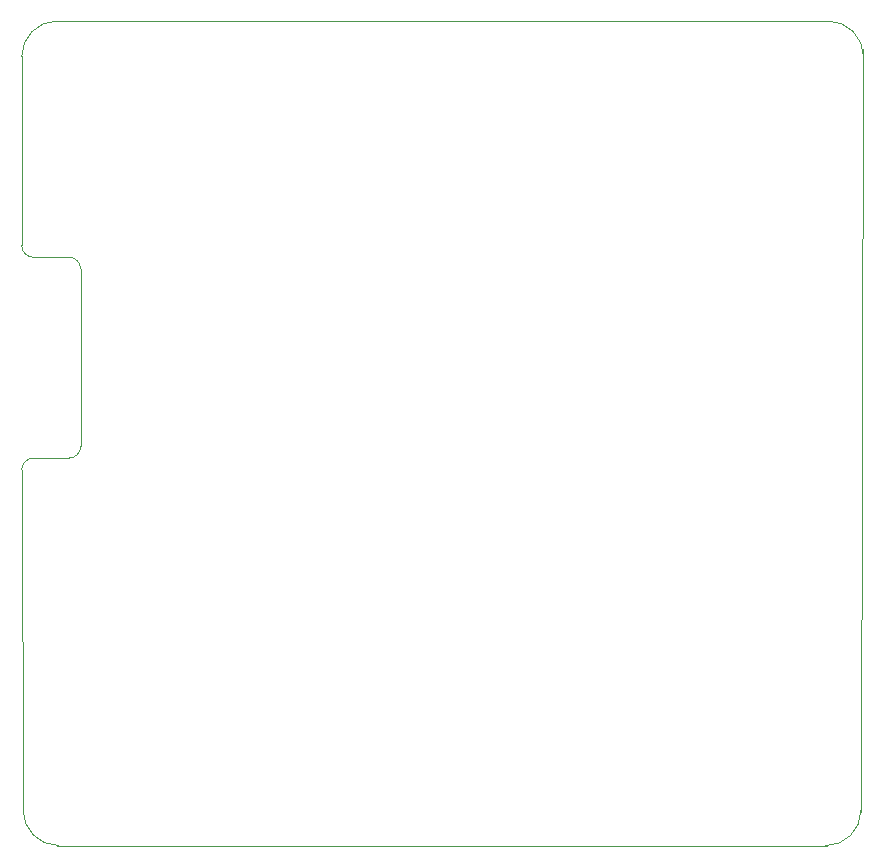
<source format=gbr>
G04 #@! TF.GenerationSoftware,KiCad,Pcbnew,(5.0.1)-4*
G04 #@! TF.CreationDate,2018-12-13T18:51:49-05:00*
G04 #@! TF.ProjectId,pihat_template,70696861745F74656D706C6174652E6B,B1.1*
G04 #@! TF.SameCoordinates,Original*
G04 #@! TF.FileFunction,Profile,NP*
%FSLAX46Y46*%
G04 Gerber Fmt 4.6, Leading zero omitted, Abs format (unit mm)*
G04 Created by KiCad (PCBNEW (5.0.1)-4) date 12/13/2018 6:51:49 PM*
%MOMM*%
%LPD*%
G01*
G04 APERTURE LIST*
%ADD10C,0.100000*%
G04 APERTURE END LIST*
D10*
X173127000Y-140879500D02*
X114127000Y-140879500D01*
X114190500Y-71070000D02*
X173190500Y-71070000D01*
X108920000Y-108070000D02*
G75*
G03X109920000Y-107070000I0J1000000D01*
G01*
X105039500Y-137879500D02*
G75*
G03X108039500Y-140879500I3000000J0D01*
G01*
X104920000Y-109070000D02*
X105055000Y-137958500D01*
X105920000Y-108070000D02*
G75*
G03X104920000Y-109070000I0J-1000000D01*
G01*
X108920000Y-108070000D02*
X105920000Y-108070000D01*
X104920000Y-90070000D02*
X104920000Y-74070000D01*
X109920000Y-92070000D02*
X109920000Y-107070000D01*
X105920000Y-91070000D02*
X108920000Y-91070000D01*
X109920000Y-92070000D02*
G75*
G03X108920000Y-91070000I-1000000J0D01*
G01*
X104920000Y-90070000D02*
G75*
G03X105920000Y-91070000I1000000J0D01*
G01*
X166912500Y-140879500D02*
X107912500Y-140879500D01*
X176111500Y-73442500D02*
X176016500Y-138029500D01*
X107920000Y-71070000D02*
X166920000Y-71070000D01*
X172984500Y-140895000D02*
G75*
G03X175984500Y-137895000I0J3000000D01*
G01*
X107920000Y-71070000D02*
G75*
G03X104920000Y-74070000I0J-3000000D01*
G01*
X176190500Y-74070000D02*
G75*
G03X173190500Y-71070000I-3000000J0D01*
G01*
M02*

</source>
